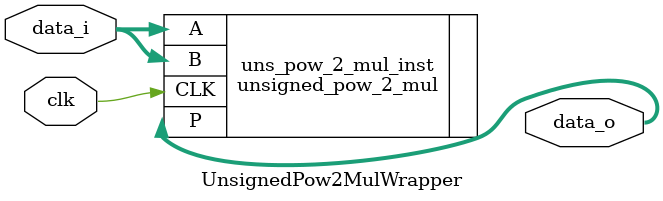
<source format=v>
`timescale 1ns / 1ps


module UnsignedPow2MulWrapper(
    input           clk     ,
    input   [7:0]   data_i  ,
    output  [15:0]  data_o
    );
    
    unsigned_pow_2_mul uns_pow_2_mul_inst (
      .CLK(clk),  // input wire CLK
      .A(data_i),      // input wire [7 : 0] A
      .B(data_i),      // input wire [7 : 0] B
      .P(data_o)      // output wire [15 : 0] P
    );
    
endmodule

</source>
